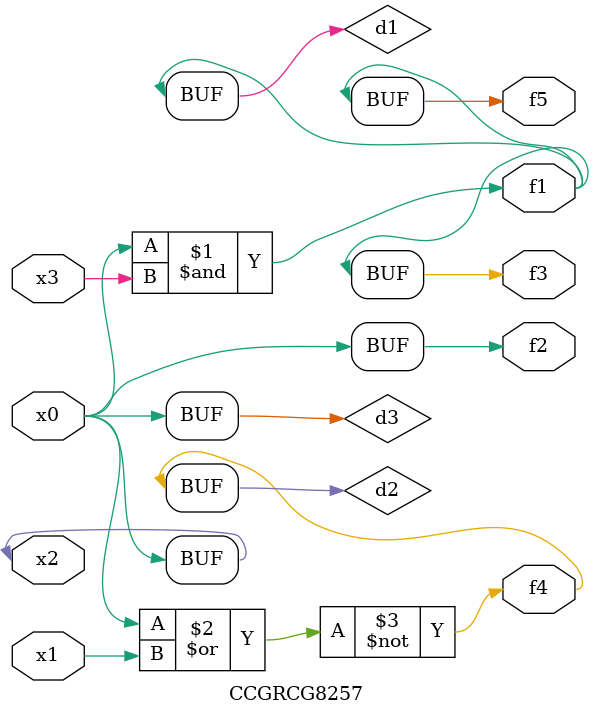
<source format=v>
module CCGRCG8257(
	input x0, x1, x2, x3,
	output f1, f2, f3, f4, f5
);

	wire d1, d2, d3;

	and (d1, x2, x3);
	nor (d2, x0, x1);
	buf (d3, x0, x2);
	assign f1 = d1;
	assign f2 = d3;
	assign f3 = d1;
	assign f4 = d2;
	assign f5 = d1;
endmodule

</source>
